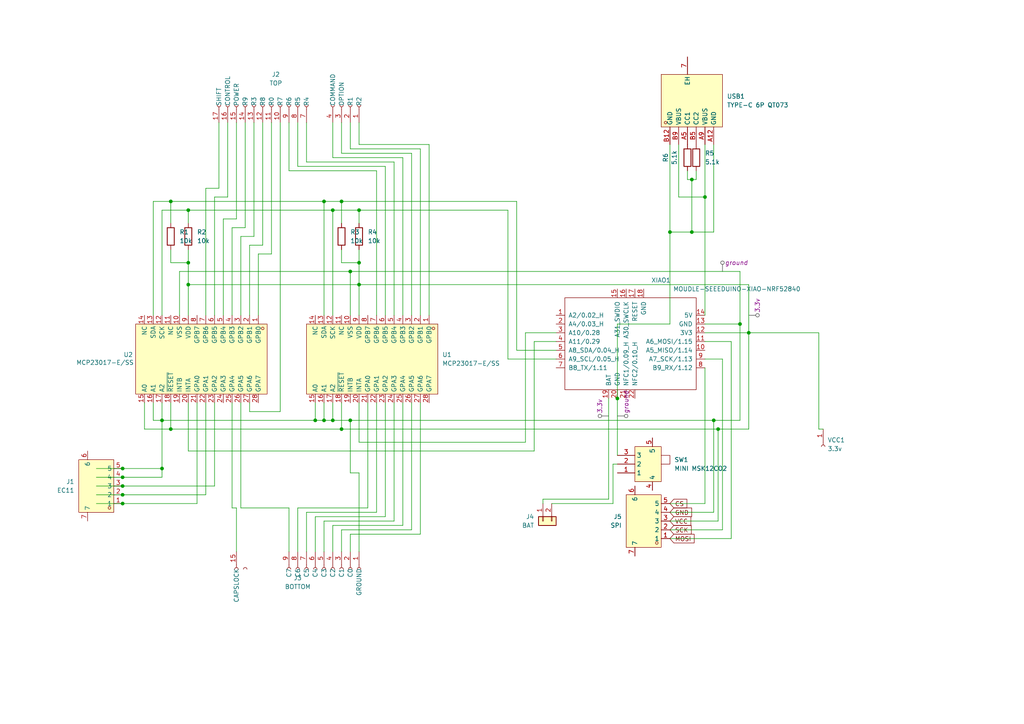
<source format=kicad_sch>
(kicad_sch (version 20231120) (generator "eeschema") (generator_version "8.0")
  (paper "A4")
  (title_block (title "ADB") (rev "2") (company "mtt.cx"))
  (lib_symbols
    (symbol "Conn_01x20_Socket_1" (pin_names (offset 1.016))
      (property "Reference" "J6" (at 8.89 -1.27 90))
      (property "Value" "Conn_01x20_Socket" (at 6.35 -1.27 90))
      (symbol "Conn_01x20_Socket_1_1_1"
        (arc (start 0 -17.272) (mid -0.5058 -17.78) (end 0 -18.288) (stroke (width 0.1524)))
        (arc (start 0 -14.732) (mid -0.5058 -15.24) (end 0 -15.748) (stroke (width 0.1524)))
        (arc (start 0 -12.192) (mid -0.5058 -12.7) (end 0 -13.208) (stroke (width 0.1524)))
        (arc (start 0 -9.652) (mid -0.5058 -10.16) (end 0 -10.668) (stroke (width 0.1524)))
        (arc (start 0 -7.112) (mid -0.5058 -7.62) (end 0 -8.128) (stroke (width 0.1524)))
        (arc (start 0 -4.572) (mid -0.5058 -5.08) (end 0 -5.588) (stroke (width 0.1524)))
        (arc (start 0 -2.032) (mid -0.5058 -2.54) (end 0 -3.048) (stroke (width 0.1524)))
        (polyline (pts (xy -1.27 -17.78) (xy -0.508 -17.78)) (stroke (width 0.1524)))
        (polyline (pts (xy -1.27 -15.24) (xy -0.508 -15.24)) (stroke (width 0.1524)))
        (polyline (pts (xy -1.27 -12.7) (xy -0.508 -12.7)) (stroke (width 0.1524)))
        (polyline (pts (xy -1.27 -10.16) (xy -0.508 -10.16)) (stroke (width 0.1524)))
        (polyline (pts (xy -1.27 -7.62) (xy -0.508 -7.62)) (stroke (width 0.1524)))
        (polyline (pts (xy -1.27 -5.08) (xy -0.508 -5.08)) (stroke (width 0.1524)))
        (polyline (pts (xy -1.27 -2.54) (xy -0.508 -2.54)) (stroke (width 0.1524)))
        (polyline (pts (xy -1.27 0) (xy -0.508 0)) (stroke (width 0.1524)))
        (polyline (pts (xy -1.27 2.54) (xy -0.508 2.54)) (stroke (width 0.1524)))
        (polyline (pts (xy -1.27 5.08) (xy -0.508 5.08)) (stroke (width 0.1524)))
        (polyline (pts (xy -1.27 7.62) (xy -0.508 7.62)) (stroke (width 0.1524)))
        (polyline (pts (xy -1.27 15.24) (xy -0.508 15.24)) (stroke (width 0.1524)))
        (polyline (pts (xy -1.27 17.78) (xy -0.508 17.78)) (stroke (width 0.1524)))
        (polyline (pts (xy -1.27 20.32) (xy -0.508 20.32)) (stroke (width 0.1524)))
        (polyline (pts (xy -1.27 22.86) (xy -0.508 22.86)) (stroke (width 0.1524)))
        (arc (start 0 0.508) (mid -0.5058 0) (end 0 -0.508) (stroke (width 0.1524)))
        (arc (start 0 3.048) (mid -0.5058 2.54) (end 0 2.032) (stroke (width 0.1524)))
        (arc (start 0 5.588) (mid -0.5058 5.08) (end 0 4.572) (stroke (width 0.1524)))
        (arc (start 0 8.128) (mid -0.5058 7.62) (end 0 7.112) (stroke (width 0.1524)))
        (arc (start 0 15.748) (mid -0.5058 15.24) (end 0 14.732) (stroke (width 0.1524)))
        (arc (start 0 18.288) (mid -0.5058 17.78) (end 0 17.272) (stroke (width 0.1524)))
        (arc (start 0 20.828) (mid -0.5058 20.32) (end 0 19.812) (stroke (width 0.1524)))
        (arc (start 0 23.368) (mid -0.5058 22.86) (end 0 22.352) (stroke (width 0.1524)))
        (pin passive line (at -5.08 22.86 0) (length 3.81) (name "R2") (number "1"))
        (pin passive line (at -5.08 0 0) (length 3.81) (name "R7") (number "10"))
        (pin passive line (at -5.08 -2.54 0) (length 3.81) (name "R0") (number "11"))
        (pin passive line (at -5.08 -5.08 0) (length 3.81) (name "R8") (number "12"))
        (pin passive line (at -5.08 -7.62 0) (length 3.81) (name "R3") (number "13"))
        (pin passive line (at -5.08 -10.16 0) (length 3.81) (name "R9") (number "14"))
        (pin passive line (at -5.08 -12.7 0) (length 3.81) (name "POWER") (number "15"))
        (pin passive line (at -5.08 -15.24 0) (length 3.81) (name "CONTROL") (number "16"))
        (pin passive line (at -5.08 -17.78 0) (length 3.81) (name "SHIFT") (number "17"))
        (pin passive line (at -5.08 20.32 0) (length 3.81) (name "R1") (number "2"))
        (pin passive line (at -5.08 17.78 0) (length 3.81) (name "OPTION") (number "3"))
        (pin passive line (at -5.08 15.24 0) (length 3.81) (name "COMMAND") (number "4"))
        (pin passive line (at -5.08 7.62 0) (length 3.81) (name "R4") (number "7"))
        (pin passive line (at -5.08 5.08 0) (length 3.81) (name "R5") (number "8"))
        (pin passive line (at -5.08 2.54 0) (length 3.81) (name "R6") (number "9"))
      )
    )
    (symbol "Connector:Conn_01x01_Socket" (pin_names (offset 1.016) hide)
      (property "Reference" "J" (at 0 2.54 0))
      (property "Value" "Conn_01x01_Socket" (at 0 -2.54 0))
      (symbol "Conn_01x01_Socket_1_1"
        (polyline (pts (xy -1.27 0) (xy -0.508 0)) (stroke (width 0.1524)))
        (arc (start 0 0.508) (mid -0.5058 0) (end 0 -0.508) (stroke (width 0.1524)))
        (pin passive line (at -5.08 0 0) (length 3.81) (name "Pin_1") (number "1"))
      )
    )
    (symbol "Connector:Conn_01x20_Socket" (pin_names (offset 1.016))
      (property "Reference" "J7" (at 2.54 -1.27 90))
      (property "Value" "Conn_01x20_Socket" (at 5.08 -1.27 90))
      (symbol "Conn_01x20_Socket_1_1"
        (arc (start 0 -12.192) (mid -0.5058 -12.7) (end 0 -13.208) (stroke (width 0.1524)))
        (arc (start 0 -9.652) (mid -0.5058 -10.16) (end 0 -10.668) (stroke (width 0.1524)))
        (polyline (pts (xy -1.27 -12.7) (xy -0.508 -12.7)) (stroke (width 0.1524)))
        (polyline (pts (xy -1.27 2.54) (xy -0.508 2.54)) (stroke (width 0.1524)))
        (polyline (pts (xy -1.27 5.08) (xy -0.508 5.08)) (stroke (width 0.1524)))
        (polyline (pts (xy -1.27 7.62) (xy -0.508 7.62)) (stroke (width 0.1524)))
        (polyline (pts (xy -1.27 10.16) (xy -0.508 10.16)) (stroke (width 0.1524)))
        (polyline (pts (xy -1.27 12.7) (xy -0.508 12.7)) (stroke (width 0.1524)))
        (polyline (pts (xy -1.27 15.24) (xy -0.508 15.24)) (stroke (width 0.1524)))
        (polyline (pts (xy -1.27 17.78) (xy -0.508 17.78)) (stroke (width 0.1524)))
        (polyline (pts (xy -1.27 20.32) (xy -0.508 20.32)) (stroke (width 0.1524)))
        (polyline (pts (xy -1.27 22.86) (xy -0.508 22.86)) (stroke (width 0.1524)))
        (arc (start 0 3.048) (mid -0.5058 2.54) (end 0 2.032) (stroke (width 0.1524)))
        (arc (start 0 5.588) (mid -0.5058 5.08) (end 0 4.572) (stroke (width 0.1524)))
        (arc (start 0 8.128) (mid -0.5058 7.62) (end 0 7.112) (stroke (width 0.1524)))
        (arc (start 0 10.668) (mid -0.5058 10.16) (end 0 9.652) (stroke (width 0.1524)))
        (arc (start 0 13.208) (mid -0.5058 12.7) (end 0 12.192) (stroke (width 0.1524)))
        (arc (start 0 15.748) (mid -0.5058 15.24) (end 0 14.732) (stroke (width 0.1524)))
        (arc (start 0 18.288) (mid -0.5058 17.78) (end 0 17.272) (stroke (width 0.1524)))
        (arc (start 0 20.828) (mid -0.5058 20.32) (end 0 19.812) (stroke (width 0.1524)))
        (arc (start 0 23.368) (mid -0.5058 22.86) (end 0 22.352) (stroke (width 0.1524)))
        (pin passive line (at -5.08 22.86 0) (length 3.81) (name "GROUND") (number "1"))
        (pin passive line (at -5.08 -12.7 0) (length 3.81) (name "CAPSLOCK") (number "15"))
        (pin passive line (at -5.08 20.32 0) (length 3.81) (name "C0") (number "2"))
        (pin passive line (at -5.08 17.78 0) (length 3.81) (name "C1") (number "3"))
        (pin passive line (at -5.08 15.24 0) (length 3.81) (name "C2") (number "4"))
        (pin passive line (at -5.08 12.7 0) (length 3.81) (name "C3") (number "5"))
        (pin passive line (at -5.08 10.16 0) (length 3.81) (name "C4") (number "6"))
        (pin passive line (at -5.08 7.62 0) (length 3.81) (name "C5") (number "7"))
        (pin passive line (at -5.08 5.08 0) (length 3.81) (name "C6") (number "8"))
        (pin passive line (at -5.08 2.54 0) (length 3.81) (name "C7") (number "9"))
      )
    )
    (symbol "Connector_Generic:Conn_01x02" (pin_names (offset 1.016) hide)
      (property "Reference" "J" (at 0 2.54 0))
      (property "Value" "Conn_01x02" (at 0 -5.08 0))
      (symbol "Conn_01x02_1_1"
        (rectangle (start -1.27 -2.413) (end 0 -2.667) (stroke (width 0.1524)))
        (rectangle (start -1.27 0.127) (end 0 -0.127) (stroke (width 0.1524)))
        (rectangle (start -1.27 1.27) (end 1.27 -3.81) (stroke (width 0.254)) (fill (type background)))
        (pin passive line (at -5.08 0 0) (length 3.81) (name "Pin_1") (number "1"))
        (pin passive line (at -5.08 -2.54 0) (length 3.81) (name "Pin_2") (number "2"))
      )
    )
    (symbol "Device:R" (pin_numbers hide) (pin_names (offset 0))
      (property "Reference" "R" (at 2.032 0 90))
      (property "Value" "R" (at 0 0 90))
      (symbol "R_0_1"
        (rectangle (start -1.016 -2.54) (end 1.016 2.54) (stroke (width 0.254)))
      )
      (symbol "R_1_1"
        (pin passive line (at 0 3.81 270) (length 1.27) (name "~") (number "1"))
        (pin passive line (at 0 -3.81 90) (length 1.27) (name "~") (number "2"))
      )
    )
    (symbol "easyeda2kicad:MCP23017-E_SS"
      (property "Reference" "U" (at 0 21.59 0))
      (property "Value" "MCP23017-E/SS" (at 0 -21.59 0))
      (symbol "MCP23017-E_SS_0_1"
        (rectangle (start -10.16 19.05) (end 10.16 -19.05) (fill (type background)))
        (circle (center -8.89 17.78) (radius 0.38))
        (pin unspecified line (at -12.7 16.51 0) (length 2.54) (name "GPB0") (number "1"))
        (pin unspecified line (at -12.7 -6.35 0) (length 2.54) (name "VSS") (number "10"))
        (pin unspecified line (at -12.7 -8.89 0) (length 2.54) (name "NC") (number "11"))
        (pin unspecified line (at -12.7 -11.43 0) (length 2.54) (name "SCK") (number "12"))
        (pin unspecified line (at -12.7 -13.97 0) (length 2.54) (name "SDA") (number "13"))
        (pin unspecified line (at -12.7 -16.51 0) (length 2.54) (name "NC") (number "14"))
        (pin unspecified line (at 12.7 -16.51 180) (length 2.54) (name "A0") (number "15"))
        (pin unspecified line (at 12.7 -13.97 180) (length 2.54) (name "A1") (number "16"))
        (pin unspecified line (at 12.7 -11.43 180) (length 2.54) (name "A2") (number "17"))
        (pin unspecified line (at 12.7 -8.89 180) (length 2.54) (name "~{RESET}") (number "18"))
        (pin unspecified line (at 12.7 -6.35 180) (length 2.54) (name "INTB") (number "19"))
        (pin unspecified line (at -12.7 13.97 0) (length 2.54) (name "GPB1") (number "2"))
        (pin unspecified line (at 12.7 -3.81 180) (length 2.54) (name "INTA") (number "20"))
        (pin unspecified line (at 12.7 -1.27 180) (length 2.54) (name "GPA0") (number "21"))
        (pin unspecified line (at 12.7 1.27 180) (length 2.54) (name "GPA1") (number "22"))
        (pin unspecified line (at 12.7 3.81 180) (length 2.54) (name "GPA2") (number "23"))
        (pin unspecified line (at 12.7 6.35 180) (length 2.54) (name "GPA3") (number "24"))
        (pin unspecified line (at 12.7 8.89 180) (length 2.54) (name "GPA4") (number "25"))
        (pin unspecified line (at 12.7 11.43 180) (length 2.54) (name "GPA5") (number "26"))
        (pin unspecified line (at 12.7 13.97 180) (length 2.54) (name "GPA6") (number "27"))
        (pin unspecified line (at 12.7 16.51 180) (length 2.54) (name "GPA7") (number "28"))
        (pin unspecified line (at -12.7 11.43 0) (length 2.54) (name "GPB2") (number "3"))
        (pin unspecified line (at -12.7 8.89 0) (length 2.54) (name "GPB3") (number "4"))
        (pin unspecified line (at -12.7 6.35 0) (length 2.54) (name "GPB4") (number "5"))
        (pin unspecified line (at -12.7 3.81 0) (length 2.54) (name "GPB5") (number "6"))
        (pin unspecified line (at -12.7 1.27 0) (length 2.54) (name "GPB6") (number "7"))
        (pin unspecified line (at -12.7 -1.27 0) (length 2.54) (name "GPB7") (number "8"))
        (pin unspecified line (at -12.7 -3.81 0) (length 2.54) (name "VDD") (number "9"))
      )
    )
    (symbol "easyeda2kicad:MINIMSK12CO2"
      (property "Reference" "SW" (at 0 12.7 0))
      (property "Value" "MINI MSK12CO2" (at 0 -7.62 0))
      (symbol "MINIMSK12CO2_0_1"
        (rectangle (start -5.08 2.54) (end 5.08 -5.08) (fill (type background)))
        (polyline (pts (xy 0 -5.08) (xy 0 -7.62) (xy 2.54 -7.62) (xy 2.54 -5.08)))
        (pin unspecified line (at -2.54 7.62 270) (length 5.08) (name "1") (number "1"))
        (pin unspecified line (at 0 7.62 270) (length 5.08) (name "2") (number "2"))
        (pin unspecified line (at 2.54 7.62 270) (length 5.08) (name "3") (number "3"))
        (pin unspecified line (at -7.62 -2.54 0) (length 2.54) (name "4") (number "4"))
        (pin unspecified line (at 7.62 -2.54 180) (length 2.54) (name "5") (number "5"))
      )
    )
    (symbol "easyeda2kicad:SM05B-SRSS-G-TB(LF)(SN)"
      (property "Reference" "P" (at 0 15.24 0))
      (property "Value" "SM05B-SRSS-G-TB(LF)(SN)" (at 0 -15.24 0))
      (symbol "SM05B-SRSS-G-TB(LF)(SN)_0_1"
        (rectangle (start -5.08 7.62) (end 5.08 -7.62) (fill (type background)))
        (circle (center -3.81 6.35) (radius 0.38))
        (pin unspecified line (at -7.62 5.08 0) (length 2.54) (name "1") (number "1"))
        (pin unspecified line (at -7.62 2.54 0) (length 2.54) (name "2") (number "2"))
        (pin unspecified line (at -7.62 0 0) (length 2.54) (name "3") (number "3"))
        (pin unspecified line (at -7.62 -2.54 0) (length 2.54) (name "4") (number "4"))
        (pin unspecified line (at -7.62 -5.08 0) (length 2.54) (name "5") (number "5"))
        (pin unspecified line (at 2.54 -10.16 90) (length 2.54) (name "6") (number "6"))
        (pin unspecified line (at 2.54 10.16 270) (length 2.54) (name "7") (number "7"))
      )
    )
    (symbol "easyeda2kicad:TYPE-C6PQT073"
      (property "Reference" "USB" (at 0 10.16 0))
      (property "Value" "TYPE-C 6P QT073" (at 0 -12.7 0))
      (symbol "TYPE-C6PQT073_0_1"
        (rectangle (start -5.08 7.62) (end 10.16 -10.16) (fill (type background)))
        (circle (center -3.81 6.35) (radius 0.38))
        (pin unspecified line (at 15.24 0 180) (length 5.08) (name "EH") (number "7"))
        (pin unspecified line (at -10.16 -7.62 0) (length 5.08) (name "GND") (number "A12"))
        (pin unspecified line (at -10.16 0 0) (length 5.08) (name "CC1") (number "A5"))
        (pin unspecified line (at -10.16 -5.08 0) (length 5.08) (name "VBUS") (number "A9"))
        (pin unspecified line (at -10.16 5.08 0) (length 5.08) (name "GND") (number "B12"))
        (pin unspecified line (at -10.16 -2.54 0) (length 5.08) (name "CC2") (number "B5"))
        (pin unspecified line (at -10.16 2.54 0) (length 5.08) (name "VBUS") (number "B9"))
      )
    )
    (symbol "mcu:xiao-ble" (pin_names (offset 1.016))
      (property "Reference" "U" (at -17.78 16.51 0))
      (property "Value" "xiao-ble" (at -15.24 13.97 0))
      (symbol "xiao-ble_0_1"
        (rectangle (start -19.05 12.7) (end 19.05 -13.97))
      )
      (symbol "xiao-ble_1_1"
        (pin bidirectional line (at -21.59 7.62 0) (length 2.54) (name "A2/0.02_H") (number "1"))
        (pin bidirectional line (at 21.59 -2.54 180) (length 2.54) (name "A5_MISO/1.14") (number "10"))
        (pin bidirectional line (at 21.59 0 180) (length 2.54) (name "A6_MOSI/1.15") (number "11"))
        (pin power_out line (at 21.59 2.54 180) (length 2.54) (name "3V3") (number "12"))
        (pin power_out line (at 21.59 5.08 180) (length 2.54) (name "GND") (number "13"))
        (pin power_out line (at 21.59 7.62 180) (length 2.54) (name "5V") (number "14"))
        (pin input line (at -3.81 15.24 270) (length 2.54) (name "A31_SWDIO") (number "15"))
        (pin input line (at -1.27 15.24 270) (length 2.54) (name "A30_SWCLK") (number "16"))
        (pin input line (at 1.27 15.24 270) (length 2.54) (name "RESET") (number "17"))
        (pin power_out line (at 3.81 15.24 270) (length 2.54) (name "GND") (number "18"))
        (pin bidirectional line (at -6.35 -16.51 90) (length 2.54) (name "BAT") (number "19"))
        (pin bidirectional line (at -21.59 5.08 0) (length 2.54) (name "A4/0.03_H") (number "2"))
        (pin power_out line (at -3.81 -16.51 90) (length 2.54) (name "GND") (number "20"))
        (pin bidirectional line (at -1.27 -16.51 90) (length 2.54) (name "NFC1/0.09_H") (number "21"))
        (pin bidirectional line (at 1.27 -16.51 90) (length 2.54) (name "NFC2/0.10_H") (number "22"))
        (pin bidirectional line (at -21.59 2.54 0) (length 2.54) (name "A10/0.28") (number "3"))
        (pin bidirectional line (at -21.59 0 0) (length 2.54) (name "A11/0.29") (number "4"))
        (pin bidirectional line (at -21.59 -2.54 0) (length 2.54) (name "A8_SDA/0.04_H") (number "5"))
        (pin bidirectional line (at -21.59 -5.08 0) (length 2.54) (name "A9_SCL/0.05_H") (number "6"))
        (pin bidirectional line (at -21.59 -7.62 0) (length 2.54) (name "B8_TX/1.11") (number "7"))
        (pin bidirectional line (at 21.59 -7.62 180) (length 2.54) (name "B9_RX/1.12") (number "8"))
        (pin bidirectional line (at 21.59 -5.08 180) (length 2.54) (name "A7_SCK/1.13") (number "9"))
      )
    )
  )
  (junction (at 104.14 82.55))
  (junction (at 49.53 58.42))
  (junction (at 208.28 124.46))
  (junction (at 99.06 58.42))
  (junction (at 101.6 121.92))
  (junction (at 104.14 76.2))
  (junction (at 214.63 93.98))
  (junction (at 35.56 146.05))
  (junction (at 35.56 135.89))
  (junction (at 35.56 140.97))
  (junction (at 35.56 143.51))
  (junction (at 93.98 58.42))
  (junction (at 104.14 60.96))
  (junction (at 101.6 78.74))
  (junction (at 99.06 124.46))
  (junction (at 93.98 121.92))
  (junction (at 194.31 67.31))
  (junction (at 200.66 67.31))
  (junction (at 46.99 121.92))
  (junction (at 217.17 96.52))
  (junction (at 35.56 138.43))
  (junction (at 54.61 60.96))
  (junction (at 46.99 135.89))
  (junction (at 96.52 121.92))
  (junction (at 207.01 121.92))
  (junction (at 96.52 60.96))
  (junction (at 91.44 121.92))
  (junction (at 200.66 52.07))
  (junction (at 179.07 115.57))
  (junction (at 204.47 57.15))
  (junction (at 54.61 76.2))
  (junction (at 54.61 82.55))
  (junction (at 49.53 124.46))
  (wire (pts (xy 204.47 96.52) (xy 217.17 96.52)))
  (wire (pts (xy 119.38 44.45) (xy 99.06 44.45)))
  (wire (pts (xy 86.36 147.32) (xy 86.36 160.02)))
  (wire (pts (xy 200.66 52.07) (xy 200.66 67.31)))
  (wire (pts (xy 99.06 58.42) (xy 99.06 64.77)))
  (wire (pts (xy 99.06 153.67) (xy 99.06 160.02)))
  (wire (pts (xy 152.4 128.27) (xy 152.4 96.52)))
  (wire (pts (xy 106.68 116.84) (xy 106.68 147.32)))
  (wire (pts (xy 104.14 137.16) (xy 101.6 137.16)))
  (wire (pts (xy 91.44 121.92) (xy 93.98 121.92)))
  (wire (pts (xy 104.14 60.96) (xy 147.32 60.96)))
  (wire (pts (xy 207.01 121.92) (xy 214.63 121.92)))
  (wire (pts (xy 96.52 152.4) (xy 96.52 160.02)))
  (wire (pts (xy 194.31 146.05) (xy 204.47 146.05)))
  (wire (pts (xy 63.5 54.61) (xy 63.5 35.56)))
  (wire (pts (xy 204.47 57.15) (xy 196.85 57.15)))
  (wire (pts (xy 154.94 130.81) (xy 154.94 99.06)))
  (wire (pts (xy 111.76 48.26) (xy 111.76 91.44)))
  (wire (pts (xy 69.85 68.58) (xy 73.66 68.58)))
  (wire (pts (xy 54.61 91.44) (xy 54.61 82.55)))
  (wire (pts (xy 116.84 152.4) (xy 96.52 152.4)))
  (wire (pts (xy 114.3 116.84) (xy 114.3 151.13)))
  (wire (pts (xy 54.61 60.96) (xy 54.61 64.77)))
  (wire (pts (xy 157.48 144.78) (xy 157.48 146.05)))
  (wire (pts (xy 96.52 121.92) (xy 101.6 121.92)))
  (wire (pts (xy 160.02 146.05) (xy 177.8 146.05)))
  (wire (pts (xy 116.84 45.72) (xy 96.52 45.72)))
  (wire (pts (xy 116.84 45.72) (xy 116.84 91.44)))
  (wire (pts (xy 176.53 115.57) (xy 176.53 144.78)))
  (wire (pts (xy 200.66 67.31) (xy 207.01 67.31)))
  (wire (pts (xy 104.14 82.55) (xy 217.17 82.55)))
  (wire (pts (xy 74.93 91.44) (xy 74.93 73.66)))
  (wire (pts (xy 27.94 143.51) (xy 35.56 143.51)))
  (wire (pts (xy 194.31 153.67) (xy 209.55 153.67)))
  (wire (pts (xy 149.86 58.42) (xy 149.86 101.6)))
  (wire (pts (xy 59.69 116.84) (xy 59.69 143.51)))
  (wire (pts (xy 114.3 46.99) (xy 114.3 91.44)))
  (wire (pts (xy 91.44 116.84) (xy 91.44 121.92)))
  (wire (pts (xy 35.56 140.97) (xy 62.23 140.97)))
  (wire (pts (xy 67.31 91.44) (xy 67.31 66.04)))
  (wire (pts (xy 46.99 138.43) (xy 46.99 135.89)))
  (wire (pts (xy 101.6 78.74) (xy 101.6 91.44)))
  (wire (pts (xy 73.66 68.58) (xy 73.66 35.56)))
  (wire (pts (xy 67.31 116.84) (xy 67.31 147.32)))
  (wire (pts (xy 54.61 82.55) (xy 104.14 82.55)))
  (wire (pts (xy 104.14 116.84) (xy 104.14 128.27)))
  (wire (pts (xy 111.76 48.26) (xy 86.36 48.26)))
  (wire (pts (xy 200.66 52.07) (xy 201.93 52.07)))
  (wire (pts (xy 104.14 76.2) (xy 104.14 82.55)))
  (wire (pts (xy 49.53 124.46) (xy 41.91 124.46)))
  (wire (pts (xy 46.99 116.84) (xy 46.99 121.92)))
  (wire (pts (xy 44.45 58.42) (xy 44.45 91.44)))
  (wire (pts (xy 99.06 116.84) (xy 99.06 124.46)))
  (wire (pts (xy 66.04 57.15) (xy 66.04 35.56)))
  (wire (pts (xy 72.39 71.12) (xy 76.2 71.12)))
  (wire (pts (xy 212.09 156.21) (xy 212.09 99.06)))
  (wire (pts (xy 208.28 151.13) (xy 208.28 124.46)))
  (wire (pts (xy 62.23 91.44) (xy 62.23 57.15)))
  (wire (pts (xy 121.92 116.84) (xy 121.92 154.94)))
  (wire (pts (xy 101.6 78.74) (xy 214.63 78.74)))
  (wire (pts (xy 194.31 148.59) (xy 207.01 148.59)))
  (wire (pts (xy 81.28 119.38) (xy 81.28 35.56)))
  (wire (pts (xy 109.22 49.53) (xy 83.82 49.53)))
  (wire (pts (xy 96.52 60.96) (xy 104.14 60.96)))
  (wire (pts (xy 201.93 52.07) (xy 201.93 49.53)))
  (wire (pts (xy 217.17 96.52) (xy 237.49 96.52)))
  (wire (pts (xy 44.45 121.92) (xy 44.45 116.84)))
  (wire (pts (xy 208.28 124.46) (xy 217.17 124.46)))
  (wire (pts (xy 147.32 104.14) (xy 161.29 104.14)))
  (wire (pts (xy 204.47 57.15) (xy 204.47 91.44)))
  (wire (pts (xy 49.53 58.42) (xy 93.98 58.42)))
  (wire (pts (xy 52.07 78.74) (xy 101.6 78.74)))
  (wire (pts (xy 67.31 147.32) (xy 68.58 147.32)))
  (wire (pts (xy 49.53 76.2) (xy 54.61 76.2)))
  (wire (pts (xy 207.01 67.31) (xy 207.01 41.91)))
  (wire (pts (xy 69.85 147.32) (xy 83.82 147.32)))
  (wire (pts (xy 101.6 137.16) (xy 101.6 121.92)))
  (wire (pts (xy 177.8 134.62) (xy 179.07 134.62)))
  (wire (pts (xy 217.17 124.46) (xy 217.17 96.52)))
  (wire (pts (xy 121.92 43.18) (xy 121.92 91.44)))
  (wire (pts (xy 207.01 148.59) (xy 207.01 121.92)))
  (wire (pts (xy 27.94 138.43) (xy 35.56 138.43)))
  (wire (pts (xy 49.53 116.84) (xy 49.53 124.46)))
  (wire (pts (xy 101.6 43.18) (xy 101.6 35.56)))
  (wire (pts (xy 116.84 116.84) (xy 116.84 152.4)))
  (wire (pts (xy 106.68 147.32) (xy 86.36 147.32)))
  (wire (pts (xy 177.8 134.62) (xy 177.8 146.05)))
  (wire (pts (xy 78.74 73.66) (xy 78.74 35.56)))
  (wire (pts (xy 72.39 91.44) (xy 72.39 71.12)))
  (wire (pts (xy 147.32 60.96) (xy 147.32 104.14)))
  (wire (pts (xy 109.22 116.84) (xy 109.22 148.59)))
  (wire (pts (xy 152.4 96.52) (xy 161.29 96.52)))
  (wire (pts (xy 91.44 149.86) (xy 91.44 160.02)))
  (wire (pts (xy 104.14 128.27) (xy 152.4 128.27)))
  (wire (pts (xy 99.06 124.46) (xy 208.28 124.46)))
  (wire (pts (xy 179.07 93.98) (xy 194.31 93.98)))
  (wire (pts (xy 121.92 154.94) (xy 101.6 154.94)))
  (wire (pts (xy 35.56 135.89) (xy 46.99 135.89)))
  (wire (pts (xy 46.99 60.96) (xy 54.61 60.96)))
  (wire (pts (xy 96.52 45.72) (xy 96.52 35.56)))
  (wire (pts (xy 121.92 43.18) (xy 101.6 43.18)))
  (wire (pts (xy 93.98 58.42) (xy 99.06 58.42)))
  (wire (pts (xy 54.61 116.84) (xy 54.61 130.81)))
  (wire (pts (xy 154.94 99.06) (xy 161.29 99.06)))
  (wire (pts (xy 179.07 115.57) (xy 179.07 93.98)))
  (wire (pts (xy 74.93 73.66) (xy 78.74 73.66)))
  (wire (pts (xy 57.15 146.05) (xy 35.56 146.05)))
  (wire (pts (xy 46.99 135.89) (xy 46.99 121.92)))
  (wire (pts (xy 68.58 63.5) (xy 68.58 35.56)))
  (wire (pts (xy 114.3 151.13) (xy 93.98 151.13)))
  (wire (pts (xy 99.06 72.39) (xy 99.06 76.2)))
  (wire (pts (xy 54.61 60.96) (xy 96.52 60.96)))
  (wire (pts (xy 76.2 35.56) (xy 76.2 71.12)))
  (wire (pts (xy 54.61 76.2) (xy 54.61 82.55)))
  (wire (pts (xy 62.23 140.97) (xy 62.23 116.84)))
  (wire (pts (xy 194.31 67.31) (xy 200.66 67.31)))
  (wire (pts (xy 101.6 154.94) (xy 101.6 160.02)))
  (wire (pts (xy 196.85 57.15) (xy 196.85 41.91)))
  (wire (pts (xy 99.06 44.45) (xy 99.06 35.56)))
  (wire (pts (xy 27.94 140.97) (xy 35.56 140.97)))
  (wire (pts (xy 96.52 116.84) (xy 96.52 121.92)))
  (wire (pts (xy 64.77 91.44) (xy 64.77 63.5)))
  (wire (pts (xy 194.31 156.21) (xy 212.09 156.21)))
  (wire (pts (xy 119.38 116.84) (xy 119.38 153.67)))
  (wire (pts (xy 59.69 54.61) (xy 63.5 54.61)))
  (wire (pts (xy 93.98 58.42) (xy 93.98 91.44)))
  (wire (pts (xy 69.85 116.84) (xy 69.85 147.32)))
  (wire (pts (xy 204.47 41.91) (xy 204.47 57.15)))
  (wire (pts (xy 59.69 91.44) (xy 59.69 54.61)))
  (wire (pts (xy 72.39 116.84) (xy 72.39 119.38)))
  (wire (pts (xy 214.63 93.98) (xy 214.63 78.74)))
  (wire (pts (xy 104.14 82.55) (xy 104.14 91.44)))
  (wire (pts (xy 99.06 58.42) (xy 149.86 58.42)))
  (wire (pts (xy 67.31 66.04) (xy 71.12 66.04)))
  (wire (pts (xy 57.15 116.84) (xy 57.15 146.05)))
  (wire (pts (xy 27.94 135.89) (xy 35.56 135.89)))
  (wire (pts (xy 157.48 144.78) (xy 176.53 144.78)))
  (wire (pts (xy 54.61 72.39) (xy 54.61 76.2)))
  (wire (pts (xy 35.56 143.51) (xy 59.69 143.51)))
  (wire (pts (xy 41.91 124.46) (xy 41.91 116.84)))
  (wire (pts (xy 86.36 48.26) (xy 86.36 35.56)))
  (wire (pts (xy 204.47 106.68) (xy 204.47 146.05)))
  (wire (pts (xy 44.45 58.42) (xy 49.53 58.42)))
  (wire (pts (xy 54.61 130.81) (xy 154.94 130.81)))
  (wire (pts (xy 83.82 147.32) (xy 83.82 160.02)))
  (wire (pts (xy 204.47 93.98) (xy 214.63 93.98)))
  (wire (pts (xy 104.14 41.91) (xy 104.14 35.56)))
  (wire (pts (xy 49.53 124.46) (xy 99.06 124.46)))
  (wire (pts (xy 104.14 160.02) (xy 104.14 137.16)))
  (wire (pts (xy 199.39 49.53) (xy 199.39 52.07)))
  (wire (pts (xy 209.55 153.67) (xy 209.55 104.14)))
  (wire (pts (xy 194.31 93.98) (xy 194.31 67.31)))
  (wire (pts (xy 109.22 148.59) (xy 88.9 148.59)))
  (wire (pts (xy 99.06 76.2) (xy 104.14 76.2)))
  (wire (pts (xy 49.53 58.42) (xy 49.53 64.77)))
  (wire (pts (xy 62.23 57.15) (xy 66.04 57.15)))
  (wire (pts (xy 237.49 96.52) (xy 237.49 124.46)))
  (wire (pts (xy 111.76 116.84) (xy 111.76 149.86)))
  (wire (pts (xy 104.14 72.39) (xy 104.14 76.2)))
  (wire (pts (xy 46.99 121.92) (xy 44.45 121.92)))
  (wire (pts (xy 71.12 66.04) (xy 71.12 35.56)))
  (wire (pts (xy 93.98 151.13) (xy 93.98 160.02)))
  (wire (pts (xy 49.53 72.39) (xy 49.53 76.2)))
  (wire (pts (xy 72.39 119.38) (xy 81.28 119.38)))
  (wire (pts (xy 46.99 60.96) (xy 46.99 91.44)))
  (wire (pts (xy 35.56 146.05) (xy 27.94 146.05)))
  (wire (pts (xy 194.31 151.13) (xy 208.28 151.13)))
  (wire (pts (xy 96.52 60.96) (xy 96.52 91.44)))
  (wire (pts (xy 209.55 104.14) (xy 204.47 104.14)))
  (wire (pts (xy 199.39 52.07) (xy 200.66 52.07)))
  (wire (pts (xy 52.07 91.44) (xy 52.07 78.74)))
  (wire (pts (xy 119.38 44.45) (xy 119.38 91.44)))
  (wire (pts (xy 214.63 121.92) (xy 214.63 93.98)))
  (wire (pts (xy 68.58 147.32) (xy 68.58 160.02)))
  (wire (pts (xy 124.46 41.91) (xy 104.14 41.91)))
  (wire (pts (xy 119.38 153.67) (xy 99.06 153.67)))
  (wire (pts (xy 237.49 124.46) (xy 238.76 124.46)))
  (wire (pts (xy 149.86 101.6) (xy 161.29 101.6)))
  (wire (pts (xy 217.17 82.55) (xy 217.17 96.52)))
  (wire (pts (xy 194.31 41.91) (xy 194.31 67.31)))
  (wire (pts (xy 88.9 148.59) (xy 88.9 160.02)))
  (wire (pts (xy 46.99 121.92) (xy 91.44 121.92)))
  (wire (pts (xy 109.22 49.53) (xy 109.22 91.44)))
  (wire (pts (xy 35.56 138.43) (xy 46.99 138.43)))
  (wire (pts (xy 111.76 149.86) (xy 91.44 149.86)))
  (wire (pts (xy 114.3 46.99) (xy 88.9 46.99)))
  (wire (pts (xy 179.07 115.57) (xy 179.07 132.08)))
  (wire (pts (xy 93.98 116.84) (xy 93.98 121.92)))
  (wire (pts (xy 69.85 91.44) (xy 69.85 68.58)))
  (wire (pts (xy 104.14 60.96) (xy 104.14 64.77)))
  (wire (pts (xy 64.77 63.5) (xy 68.58 63.5)))
  (wire (pts (xy 124.46 41.91) (xy 124.46 91.44)))
  (wire (pts (xy 93.98 121.92) (xy 96.52 121.92)))
  (wire (pts (xy 212.09 99.06) (xy 204.47 99.06)))
  (wire (pts (xy 101.6 121.92) (xy 207.01 121.92)))
  (wire (pts (xy 88.9 46.99) (xy 88.9 35.56)))
  (wire (pts (xy 83.82 49.53) (xy 83.82 35.56)))
  (global_label "VCC" (shape input) (at 194.31 151.13 0) (property "Intersheetrefs" "${INTERSHEET_REFS}" (effects (hide yes))))
  (global_label "SCK" (shape input) (at 194.31 153.67 0) (property "Intersheetrefs" "${INTERSHEET_REFS}" (effects (hide yes))))
  (global_label "GND" (shape input) (at 194.31 148.59 0) (property "Intersheetrefs" "${INTERSHEET_REFS}" (effects (hide yes))))
  (global_label "MOSI" (shape input) (at 194.31 156.21 0) (property "Intersheetrefs" "${INTERSHEET_REFS}" (effects (hide yes))))
  (global_label "CS" (shape input) (at 194.31 146.05 0) (property "Intersheetrefs" "${INTERSHEET_REFS}" (effects (hide yes))))
  (netclass_flag "" (length 2.54) (shape round) (at 209.55 78.74 0) (property "Netclass" "ground" (at 210.2485 76.2 0) (effects (font (italic yes)) (justify left))))
  (netclass_flag "" (length 2.54) (shape round) (at 217.17 91.44 270) (property "Netclass" "3.3v" (at 219.71 90.7415 90) (effects (font (italic yes)) (justify left))))
  (netclass_flag "" (length 2.54) (shape round) (at 176.53 120.65 90) (property "Netclass" "3.3v" (at 173.99 119.9515 90) (effects (font (italic yes)) (justify left))))
  (netclass_flag "" (length 2.54) (shape round) (at 179.07 120.65 270) (property "Netclass" "ground" (at 181.61 119.9515 90) (effects (font (italic yes)) (justify left))))
  (symbol (lib_id "Device:R") (at 49.53 68.58 0) (unit 1)
    (property "Reference" "R1" (at 52.07 67.3099 0) (effects (justify left)))
    (property "Value" "10k" (at 52.07 69.8499 0) (effects (justify left)))
    (property "Footprint" "Resistor_SMD:R_0805_2012Metric_Pad1.20x1.40mm_HandSolder" (effects (hide yes)))
    (property "Description" "Resistor" (effects (hide yes)))
  )
  (symbol (lib_name "Conn_01x20_Socket_1") (lib_id "Connector:Conn_01x20_Socket") (at 81.28 30.48 270) (mirror x) (unit 1)
    (property "Reference" "J2" (at 80.01 21.59 90))
    (property "Value" "TOP" (at 80.01 24.13 90))
    (property "Footprint" "Connector_PinHeader_2.54mm:PinHeader_1x20_P2.54mm_Vertical" (effects (hide yes)))
    (property "Description" "Generic connector, single row, 01x20, script generated" (effects (hide yes)))
  )
  (symbol (lib_id "Device:R") (at 104.14 68.58 0) (unit 1)
    (property "Reference" "R4" (at 106.68 67.3099 0) (effects (justify left)))
    (property "Value" "10k" (at 106.68 69.8499 0) (effects (justify left)))
    (property "Footprint" "Resistor_SMD:R_0805_2012Metric_Pad1.20x1.40mm_HandSolder" (effects (hide yes)))
    (property "Description" "Resistor" (effects (hide yes)))
  )
  (symbol (lib_id "Device:R") (at 199.39 45.72 0) (mirror x) (unit 1)
    (property "Reference" "R6" (at 193.04 45.72 90))
    (property "Value" "5.1k" (at 195.58 45.72 90))
    (property "Footprint" "Resistor_SMD:R_0805_2012Metric_Pad1.20x1.40mm_HandSolder" (effects (hide yes)))
    (property "Description" "Resistor" (effects (hide yes)))
  )
  (symbol (lib_id "Device:R") (at 54.61 68.58 0) (unit 1)
    (property "Reference" "R2" (at 57.15 67.3099 0) (effects (justify left)))
    (property "Value" "10k" (at 57.15 69.8499 0) (effects (justify left)))
    (property "Footprint" "Resistor_SMD:R_0805_2012Metric_Pad1.20x1.40mm_HandSolder" (effects (hide yes)))
    (property "Description" "Resistor" (effects (hide yes)))
  )
  (symbol (lib_id "Connector:Conn_01x01_Socket") (at 238.76 129.54 270) (unit 1)
    (property "Reference" "VCC1" (at 240.03 127.6349 90) (effects (justify left)))
    (property "Value" "3.3v" (at 240.03 130.1749 90) (effects (justify left)))
    (property "Footprint" "TestPoint:TestPoint_Pad_3.0x3.0mm" (effects (hide yes)))
    (property "Description" "Generic connector, single row, 01x01, script generated" (effects (hide yes)))
  )
  (symbol (lib_id "Connector:Conn_01x20_Socket") (at 81.28 165.1 270) (unit 1)
    (property "Reference" "J3" (at 86.36 167.64 90))
    (property "Value" "BOTTOM" (at 86.36 170.18 90))
    (property "Footprint" "Connector_PinHeader_2.54mm:PinHeader_1x20_P2.54mm_Vertical" (effects (hide yes)))
    (property "Description" "Generic connector, single row, 01x20, script generated" (effects (hide yes)))
  )
  (symbol (lib_id "easyeda2kicad:MCP23017-E_SS") (at 107.95 104.14 270) (unit 1)
    (property "Reference" "U1" (at 128.27 102.8699 90) (effects (justify left)))
    (property "Value" "MCP23017-E/SS" (at 128.27 105.4099 90) (effects (justify left)))
    (property "Footprint" "easyeda2kicad:SSOP-28_L10.2-W5.3-P0.65-LS7.8-BL" (effects (hide yes)))
    (property "LCSC Part" "C506653" (effects (hide yes)))
  )
  (symbol (lib_id "easyeda2kicad:MCP23017-E_SS") (at 58.42 104.14 270) (unit 1)
    (property "Reference" "U2" (at 35.814 102.87 90) (effects (justify left)))
    (property "Value" "MCP23017-E/SS" (at 22.098 105.156 90) (effects (justify left)))
    (property "Footprint" "easyeda2kicad:SSOP-28_L10.2-W5.3-P0.65-LS7.8-BL" (effects (hide yes)))
    (property "LCSC Part" "C506653" (effects (hide yes)))
  )
  (symbol (lib_id "mcu:xiao-ble") (at 182.88 99.06 0) (unit 1)
    (property "Reference" "XIAO1" (at 188.8841 81.28 0) (effects (justify left)))
    (property "Value" "MOUDLE-SEEEDUINO-XIAO-NRF52840" (at 195.2341 83.82 0) (effects (justify left)))
    (property "Footprint" "mcu:xiao-ble-smd" (effects (hide yes)))
  )
  (symbol (lib_id "easyeda2kicad:SM05B-SRSS-G-TB(LF)(SN)") (at 186.69 151.13 180) (unit 1)
    (property "Reference" "J5" (at 180.34 149.8599 0) (effects (justify left)))
    (property "Value" "SPI" (at 180.34 152.3999 0) (effects (justify left)))
    (property "Footprint" "easyeda2kicad:CONN-SMD_SM05B-SRSS-G-TB-LF-SN" (effects (hide yes)))
    (property "Datasheet" "https://lcsc.com/product-detail/Others_JST-Sales-America_SM05B-SRSS-G-TB-LF-SN_JST-Sales-America-SM05B-SRSS-G-TB-LF-SN_C265419.html" (effects (hide yes)))
    (property "Description" "Generic connector, single row, 01x05, script generated (kicad-library-utils/schlib/autogen/connector/)" (effects (hide yes)))
    (property "LCSC Part" "C265419" (effects (hide yes)))
  )
  (symbol (lib_id "easyeda2kicad:TYPE-C6PQT073") (at 199.39 31.75 90) (unit 1)
    (property "Reference" "USB1" (at 210.82 27.9399 90) (effects (justify right)))
    (property "Value" "TYPE-C 6P QT073" (at 210.82 30.4799 90) (effects (justify right)))
    (property "Footprint" "easyeda2kicad:USB-C-SMD_TYPE-C-6P-QT073" (effects (hide yes)))
    (property "LCSC Part" "C2681548" (effects (hide yes)))
  )
  (symbol (lib_id "easyeda2kicad:SM05B-SRSS-G-TB(LF)(SN)") (at 27.94 140.97 180) (unit 1)
    (property "Reference" "J1" (at 21.59 139.6999 0) (effects (justify left)))
    (property "Value" "EC11" (at 21.59 142.2399 0) (effects (justify left)))
    (property "Footprint" "easyeda2kicad:CONN-SMD_SM05B-SRSS-G-TB-LF-SN" (effects (hide yes)))
    (property "Datasheet" "https://lcsc.com/product-detail/Others_JST-Sales-America_SM05B-SRSS-G-TB-LF-SN_JST-Sales-America-SM05B-SRSS-G-TB-LF-SN_C265419.html" (effects (hide yes)))
    (property "Description" "Generic connector, single row, 01x05, script generated (kicad-library-utils/schlib/autogen/connector/)" (effects (hide yes)))
    (property "LCSC Part" "C265419" (effects (hide yes)))
  )
  (symbol (lib_id "Device:R") (at 99.06 68.58 0) (unit 1)
    (property "Reference" "R3" (at 101.6 67.3099 0) (effects (justify left)))
    (property "Value" "10k" (at 101.6 69.8499 0) (effects (justify left)))
    (property "Footprint" "Resistor_SMD:R_0805_2012Metric_Pad1.20x1.40mm_HandSolder" (effects (hide yes)))
    (property "Description" "Resistor" (effects (hide yes)))
  )
  (symbol (lib_id "Connector_Generic:Conn_01x02") (at 157.48 151.13 90) (mirror x) (unit 1)
    (property "Reference" "J4" (at 154.94 149.8599 90) (effects (justify left)))
    (property "Value" "BAT" (at 154.94 152.3999 90) (effects (justify left)))
    (property "Footprint" "Connector_JST:JST_PH_B2B-PH-K_1x02_P2.00mm_Vertical" (effects (hide yes)))
    (property "Description" "Generic connector, single row, 01x02, script generated (kicad-library-utils/schlib/autogen/connector/)" (effects (hide yes)))
  )
  (symbol (lib_id "easyeda2kicad:MINIMSK12CO2") (at 186.69 134.62 90) (unit 1)
    (property "Reference" "SW1" (at 195.58 133.3499 90) (effects (justify right)))
    (property "Value" "MINI MSK12CO2" (at 195.58 135.8899 90) (effects (justify right)))
    (property "Footprint" "easyeda2kicad:SW-SMD_MSK12CO2" (effects (hide yes)))
    (property "LCSC Part" "C2681570" (effects (hide yes)))
  )
  (symbol (lib_id "Device:R") (at 201.93 45.72 0) (unit 1)
    (property "Reference" "R5" (at 204.47 44.4499 0) (effects (justify left)))
    (property "Value" "5.1k" (at 204.47 46.9899 0) (effects (justify left)))
    (property "Footprint" "Resistor_SMD:R_0805_2012Metric_Pad1.20x1.40mm_HandSolder" (effects (hide yes)))
    (property "Description" "Resistor" (effects (hide yes)))
  )
)
</source>
